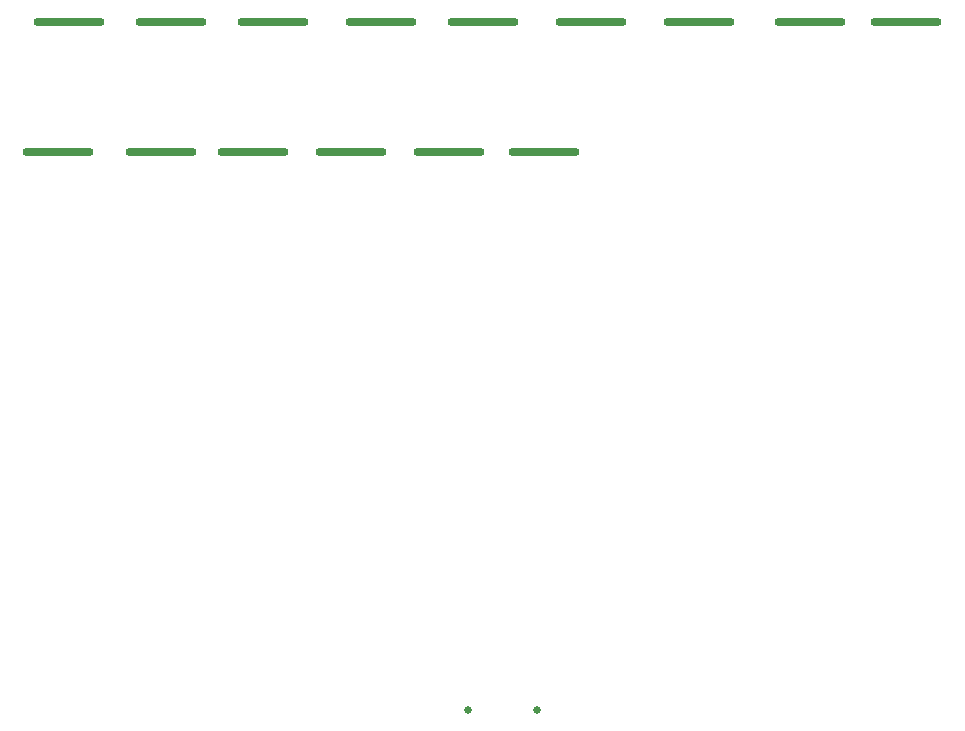
<source format=gbr>
%TF.GenerationSoftware,Altium Limited,Altium Designer,24.0.1 (36)*%
G04 Layer_Color=0*
%FSLAX45Y45*%
%MOMM*%
%TF.SameCoordinates,4F873DDA-DFB5-4AF5-B95A-0F2F78DC07CA*%
%TF.FilePolarity,Positive*%
%TF.FileFunction,NonPlated,1,2,NPTH,Drill*%
%TF.Part,Single*%
G01*
G75*
%TA.AperFunction,OtherDrill,Pad Free- (45mm,53.5mm)*%
%ADD97O,6.00000X0.75000*%
%TA.AperFunction,OtherDrill,Pad Free- (37mm,53.5mm)*%
%ADD98O,6.00000X0.75000*%
%TA.AperFunction,OtherDrill,Pad Free- (28.7mm,53.5mm)*%
%ADD99O,6.00000X0.75000*%
%TA.AperFunction,OtherDrill,Pad Free- (20.4mm,53.5mm)*%
%ADD100O,6.00000X0.75000*%
%TA.AperFunction,OtherDrill,Pad Free- (12.6mm,53.5mm)*%
%ADD101O,6.00000X0.75000*%
%TA.AperFunction,OtherDrill,Pad Free- (3.9mm,53.5mm)*%
%ADD102O,6.00000X0.75000*%
%TA.AperFunction,OtherDrill,Pad Free- (75.692mm,64.516mm)*%
%ADD103O,6.00000X0.75000*%
%TA.AperFunction,OtherDrill,Pad Free- (67.564mm,64.516mm)*%
%ADD104O,6.00000X0.75000*%
%TA.AperFunction,OtherDrill,Pad Free- (58.166mm,64.516mm)*%
%ADD105O,6.00000X0.75000*%
%TA.AperFunction,OtherDrill,Pad Free- (49.022mm,64.516mm)*%
%ADD106O,6.00000X0.75000*%
%TA.AperFunction,OtherDrill,Pad Free- (39.878mm,64.516mm)*%
%ADD107O,6.00000X0.75000*%
%TA.AperFunction,OtherDrill,Pad Free- (31.242mm,64.516mm)*%
%ADD108O,6.00000X0.75000*%
%TA.AperFunction,OtherDrill,Pad Free- (22.098mm,64.516mm)*%
%ADD109O,6.00000X0.75000*%
%TA.AperFunction,OtherDrill,Pad Free- (13.462mm,64.516mm)*%
%ADD110O,6.00000X0.75000*%
%TA.AperFunction,OtherDrill,Pad Free- (4.826mm,64.516mm)*%
%ADD111O,6.00000X0.75000*%
%TA.AperFunction,ComponentDrill*%
%ADD112C,0.65000*%
D97*
X4500000Y5350000D02*
D03*
D98*
X3700000D02*
D03*
D99*
X2870000D02*
D03*
D100*
X2040000D02*
D03*
D101*
X1260000D02*
D03*
D102*
X390000D02*
D03*
D103*
X7569200Y6451600D02*
D03*
D104*
X6756400D02*
D03*
D105*
X5816600D02*
D03*
D106*
X4902200D02*
D03*
D107*
X3987800D02*
D03*
D108*
X3124200D02*
D03*
D109*
X2209800D02*
D03*
D110*
X1346200D02*
D03*
D111*
X482600D02*
D03*
D112*
X3861000Y628000D02*
D03*
X4439000D02*
D03*
%TF.MD5,303119833c36d68e7502a4150ed77903*%
M02*

</source>
